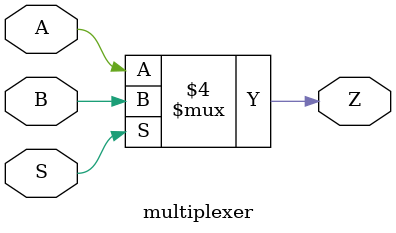
<source format=sv>
module top_module(
    input clk,
    input L,
    input q_in,
    input r_in,
    output reg Q
);

    reg [2:0] r;
    reg [2:0] q;

    flipflop U1(
        .clk(clk),
        .D(q_in),
        .Q(q[0])
    );

    flipflop U2(
        .clk(clk),
        .D(q[2]),
        .Q(q[1])
    );

    always @(posedge clk) begin
        if (L) begin
            q <= r_in; // Assign r_in directly to q when L is true
        end else begin
            q <= {q[1] ^ q[2], q[0], q[2]};
        end
        r <= r_in; // Assign r_in to r regardless of L value
        Q <= q[2]; // Assign q[2] to Q instead of q[0]
    end

endmodule
module flipflop(
    input clk,
    input D,
    output reg Q
);

    always @(posedge clk) begin
        Q <= D;
    end

endmodule
module multiplexer(
    input A,
    input B,
    input S,
    output reg Z
);

    always @(A or B or S) begin
        if (S == 0)
            Z <= A;
        else
            Z <= B;
    end

endmodule

</source>
